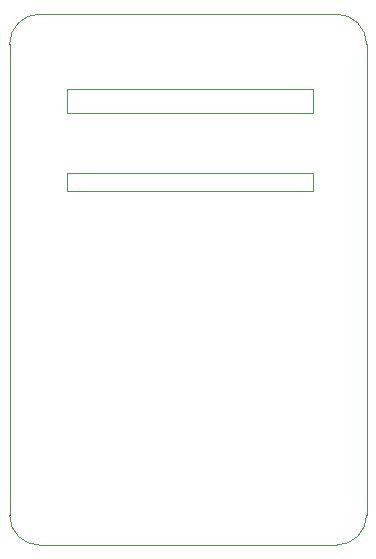
<source format=gbr>
G04 (created by PCBNEW (22-Jun-2014 BZR 4027)-stable) date Sun 02 Jul 2017 17:00:27 BST*
%MOIN*%
G04 Gerber Fmt 3.4, Leading zero omitted, Abs format*
%FSLAX34Y34*%
G01*
G70*
G90*
G04 APERTURE LIST*
%ADD10C,0.00590551*%
%ADD11C,0.00393701*%
G04 APERTURE END LIST*
G54D10*
G54D11*
X67400Y-21700D02*
G75*
G03X66400Y-20700I-1000J0D01*
G74*
G01*
X55500Y-21700D02*
X55500Y-37400D01*
X66400Y-20700D02*
X56500Y-20700D01*
X67400Y-37400D02*
X67400Y-21700D01*
X56500Y-38400D02*
X66400Y-38400D01*
X55500Y-37400D02*
G75*
G03X56500Y-38400I1000J0D01*
G74*
G01*
X66400Y-38400D02*
G75*
G03X67400Y-37400I0J1000D01*
G74*
G01*
X56500Y-20700D02*
G75*
G03X55500Y-21700I0J-1000D01*
G74*
G01*
X57400Y-23200D02*
X57400Y-23400D01*
X65600Y-23200D02*
X65600Y-23400D01*
X57400Y-23200D02*
X65600Y-23200D01*
X57400Y-26600D02*
X57400Y-26000D01*
X65600Y-26600D02*
X57400Y-26600D01*
X65600Y-26000D02*
X65600Y-26600D01*
X57400Y-26000D02*
X65600Y-26000D01*
X57400Y-24000D02*
X57400Y-23400D01*
X65600Y-24000D02*
X57400Y-24000D01*
X65600Y-23400D02*
X65600Y-24000D01*
M02*

</source>
